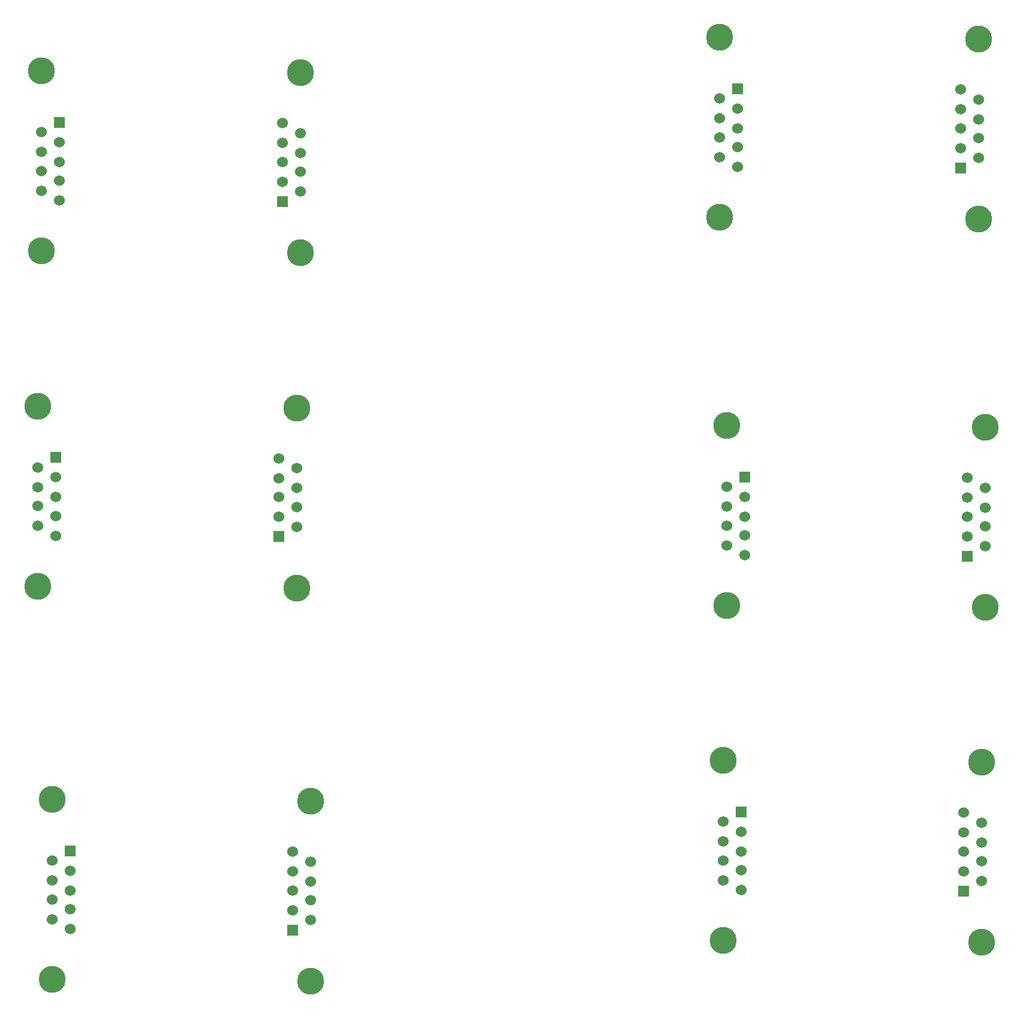
<source format=gbl>
G04 (created by PCBNEW (2013-jul-07)-stable) date śro, 3 cze 2015, 22:47:01*
%MOIN*%
G04 Gerber Fmt 3.4, Leading zero omitted, Abs format*
%FSLAX34Y34*%
G01*
G70*
G90*
G04 APERTURE LIST*
%ADD10C,0.000787402*%
%ADD11C,0.15*%
%ADD12R,0.06X0.06*%
%ADD13C,0.06*%
G04 APERTURE END LIST*
G54D10*
G54D11*
X47171Y-33300D03*
X47171Y-43300D03*
G54D12*
X48171Y-36150D03*
G54D13*
X48171Y-37250D03*
X48171Y-38350D03*
X48171Y-39400D03*
X48171Y-40500D03*
X47171Y-39950D03*
X47171Y-38850D03*
X47171Y-37800D03*
X47171Y-36700D03*
G54D11*
X61557Y-43400D03*
X61557Y-33400D03*
G54D12*
X60557Y-40550D03*
G54D13*
X60557Y-39450D03*
X60557Y-38350D03*
X60557Y-37300D03*
X60557Y-36200D03*
X61557Y-36750D03*
X61557Y-37850D03*
X61557Y-38900D03*
X61557Y-40000D03*
G54D11*
X47368Y-14698D03*
X47368Y-24698D03*
G54D12*
X48368Y-17548D03*
G54D13*
X48368Y-18648D03*
X48368Y-19748D03*
X48368Y-20798D03*
X48368Y-21898D03*
X47368Y-21348D03*
X47368Y-20248D03*
X47368Y-19198D03*
X47368Y-18098D03*
G54D11*
X61753Y-24798D03*
X61753Y-14798D03*
G54D12*
X60753Y-21948D03*
G54D13*
X60753Y-20848D03*
X60753Y-19748D03*
X60753Y-18698D03*
X60753Y-17598D03*
X61753Y-18148D03*
X61753Y-19248D03*
X61753Y-20298D03*
X61753Y-21398D03*
G54D11*
X47368Y-14698D03*
X47368Y-24698D03*
G54D12*
X48368Y-17548D03*
G54D13*
X48368Y-18648D03*
X48368Y-19748D03*
X48368Y-20798D03*
X48368Y-21898D03*
X47368Y-21348D03*
X47368Y-20248D03*
X47368Y-19198D03*
X47368Y-18098D03*
G54D11*
X61753Y-24798D03*
X61753Y-14798D03*
G54D12*
X60753Y-21948D03*
G54D13*
X60753Y-20848D03*
X60753Y-19748D03*
X60753Y-18698D03*
X60753Y-17598D03*
X61753Y-18148D03*
X61753Y-19248D03*
X61753Y-20298D03*
X61753Y-21398D03*
G54D11*
X47958Y-55150D03*
X47958Y-65150D03*
G54D12*
X48958Y-58000D03*
G54D13*
X48958Y-59100D03*
X48958Y-60200D03*
X48958Y-61250D03*
X48958Y-62350D03*
X47958Y-61800D03*
X47958Y-60700D03*
X47958Y-59650D03*
X47958Y-58550D03*
G54D11*
X62344Y-65250D03*
X62344Y-55250D03*
G54D12*
X61344Y-62400D03*
G54D13*
X61344Y-61300D03*
X61344Y-60200D03*
X61344Y-59150D03*
X61344Y-58050D03*
X62344Y-58600D03*
X62344Y-59700D03*
X62344Y-60750D03*
X62344Y-61850D03*
G54D11*
X85064Y-12827D03*
X85064Y-22827D03*
G54D12*
X86064Y-15677D03*
G54D13*
X86064Y-16777D03*
X86064Y-17877D03*
X86064Y-18927D03*
X86064Y-20027D03*
X85064Y-19477D03*
X85064Y-18377D03*
X85064Y-17327D03*
X85064Y-16227D03*
G54D11*
X99450Y-22927D03*
X99450Y-12927D03*
G54D12*
X98450Y-20077D03*
G54D13*
X98450Y-18977D03*
X98450Y-17877D03*
X98450Y-16827D03*
X98450Y-15727D03*
X99450Y-16277D03*
X99450Y-17377D03*
X99450Y-18427D03*
X99450Y-19527D03*
G54D11*
X85064Y-12827D03*
X85064Y-22827D03*
G54D12*
X86064Y-15677D03*
G54D13*
X86064Y-16777D03*
X86064Y-17877D03*
X86064Y-18927D03*
X86064Y-20027D03*
X85064Y-19477D03*
X85064Y-18377D03*
X85064Y-17327D03*
X85064Y-16227D03*
G54D11*
X99450Y-22927D03*
X99450Y-12927D03*
G54D12*
X98450Y-20077D03*
G54D13*
X98450Y-18977D03*
X98450Y-17877D03*
X98450Y-16827D03*
X98450Y-15727D03*
X99450Y-16277D03*
X99450Y-17377D03*
X99450Y-18427D03*
X99450Y-19527D03*
G54D11*
X47171Y-33300D03*
X47171Y-43300D03*
G54D12*
X48171Y-36150D03*
G54D13*
X48171Y-37250D03*
X48171Y-38350D03*
X48171Y-39400D03*
X48171Y-40500D03*
X47171Y-39950D03*
X47171Y-38850D03*
X47171Y-37800D03*
X47171Y-36700D03*
G54D11*
X61557Y-43400D03*
X61557Y-33400D03*
G54D12*
X60557Y-40550D03*
G54D13*
X60557Y-39450D03*
X60557Y-38350D03*
X60557Y-37300D03*
X60557Y-36200D03*
X61557Y-36750D03*
X61557Y-37850D03*
X61557Y-38900D03*
X61557Y-40000D03*
G54D11*
X47368Y-14698D03*
X47368Y-24698D03*
G54D12*
X48368Y-17548D03*
G54D13*
X48368Y-18648D03*
X48368Y-19748D03*
X48368Y-20798D03*
X48368Y-21898D03*
X47368Y-21348D03*
X47368Y-20248D03*
X47368Y-19198D03*
X47368Y-18098D03*
G54D11*
X61753Y-24798D03*
X61753Y-14798D03*
G54D12*
X60753Y-21948D03*
G54D13*
X60753Y-20848D03*
X60753Y-19748D03*
X60753Y-18698D03*
X60753Y-17598D03*
X61753Y-18148D03*
X61753Y-19248D03*
X61753Y-20298D03*
X61753Y-21398D03*
G54D11*
X47368Y-14698D03*
X47368Y-24698D03*
G54D12*
X48368Y-17548D03*
G54D13*
X48368Y-18648D03*
X48368Y-19748D03*
X48368Y-20798D03*
X48368Y-21898D03*
X47368Y-21348D03*
X47368Y-20248D03*
X47368Y-19198D03*
X47368Y-18098D03*
G54D11*
X61753Y-24798D03*
X61753Y-14798D03*
G54D12*
X60753Y-21948D03*
G54D13*
X60753Y-20848D03*
X60753Y-19748D03*
X60753Y-18698D03*
X60753Y-17598D03*
X61753Y-18148D03*
X61753Y-19248D03*
X61753Y-20298D03*
X61753Y-21398D03*
G54D11*
X47958Y-55150D03*
X47958Y-65150D03*
G54D12*
X48958Y-58000D03*
G54D13*
X48958Y-59100D03*
X48958Y-60200D03*
X48958Y-61250D03*
X48958Y-62350D03*
X47958Y-61800D03*
X47958Y-60700D03*
X47958Y-59650D03*
X47958Y-58550D03*
G54D11*
X62344Y-65250D03*
X62344Y-55250D03*
G54D12*
X61344Y-62400D03*
G54D13*
X61344Y-61300D03*
X61344Y-60200D03*
X61344Y-59150D03*
X61344Y-58050D03*
X62344Y-58600D03*
X62344Y-59700D03*
X62344Y-60750D03*
X62344Y-61850D03*
G54D11*
X85064Y-12827D03*
X85064Y-22827D03*
G54D12*
X86064Y-15677D03*
G54D13*
X86064Y-16777D03*
X86064Y-17877D03*
X86064Y-18927D03*
X86064Y-20027D03*
X85064Y-19477D03*
X85064Y-18377D03*
X85064Y-17327D03*
X85064Y-16227D03*
G54D11*
X99450Y-22927D03*
X99450Y-12927D03*
G54D12*
X98450Y-20077D03*
G54D13*
X98450Y-18977D03*
X98450Y-17877D03*
X98450Y-16827D03*
X98450Y-15727D03*
X99450Y-16277D03*
X99450Y-17377D03*
X99450Y-18427D03*
X99450Y-19527D03*
G54D11*
X85064Y-12827D03*
X85064Y-22827D03*
G54D12*
X86064Y-15677D03*
G54D13*
X86064Y-16777D03*
X86064Y-17877D03*
X86064Y-18927D03*
X86064Y-20027D03*
X85064Y-19477D03*
X85064Y-18377D03*
X85064Y-17327D03*
X85064Y-16227D03*
G54D11*
X99450Y-22927D03*
X99450Y-12927D03*
G54D12*
X98450Y-20077D03*
G54D13*
X98450Y-18977D03*
X98450Y-17877D03*
X98450Y-16827D03*
X98450Y-15727D03*
X99450Y-16277D03*
X99450Y-17377D03*
X99450Y-18427D03*
X99450Y-19527D03*
G54D11*
X47171Y-33300D03*
X47171Y-43300D03*
G54D12*
X48171Y-36150D03*
G54D13*
X48171Y-37250D03*
X48171Y-38350D03*
X48171Y-39400D03*
X48171Y-40500D03*
X47171Y-39950D03*
X47171Y-38850D03*
X47171Y-37800D03*
X47171Y-36700D03*
G54D11*
X61557Y-43400D03*
X61557Y-33400D03*
G54D12*
X60557Y-40550D03*
G54D13*
X60557Y-39450D03*
X60557Y-38350D03*
X60557Y-37300D03*
X60557Y-36200D03*
X61557Y-36750D03*
X61557Y-37850D03*
X61557Y-38900D03*
X61557Y-40000D03*
G54D11*
X47368Y-14698D03*
X47368Y-24698D03*
G54D12*
X48368Y-17548D03*
G54D13*
X48368Y-18648D03*
X48368Y-19748D03*
X48368Y-20798D03*
X48368Y-21898D03*
X47368Y-21348D03*
X47368Y-20248D03*
X47368Y-19198D03*
X47368Y-18098D03*
G54D11*
X61753Y-24798D03*
X61753Y-14798D03*
G54D12*
X60753Y-21948D03*
G54D13*
X60753Y-20848D03*
X60753Y-19748D03*
X60753Y-18698D03*
X60753Y-17598D03*
X61753Y-18148D03*
X61753Y-19248D03*
X61753Y-20298D03*
X61753Y-21398D03*
G54D11*
X47368Y-14698D03*
X47368Y-24698D03*
G54D12*
X48368Y-17548D03*
G54D13*
X48368Y-18648D03*
X48368Y-19748D03*
X48368Y-20798D03*
X48368Y-21898D03*
X47368Y-21348D03*
X47368Y-20248D03*
X47368Y-19198D03*
X47368Y-18098D03*
G54D11*
X61753Y-24798D03*
X61753Y-14798D03*
G54D12*
X60753Y-21948D03*
G54D13*
X60753Y-20848D03*
X60753Y-19748D03*
X60753Y-18698D03*
X60753Y-17598D03*
X61753Y-18148D03*
X61753Y-19248D03*
X61753Y-20298D03*
X61753Y-21398D03*
G54D11*
X85261Y-52985D03*
X85261Y-62985D03*
G54D12*
X86261Y-55835D03*
G54D13*
X86261Y-56935D03*
X86261Y-58035D03*
X86261Y-59085D03*
X86261Y-60185D03*
X85261Y-59635D03*
X85261Y-58535D03*
X85261Y-57485D03*
X85261Y-56385D03*
G54D11*
X99647Y-63085D03*
X99647Y-53085D03*
G54D12*
X98647Y-60235D03*
G54D13*
X98647Y-59135D03*
X98647Y-58035D03*
X98647Y-56985D03*
X98647Y-55885D03*
X99647Y-56435D03*
X99647Y-57535D03*
X99647Y-58585D03*
X99647Y-59685D03*
G54D11*
X85458Y-34383D03*
X85458Y-44383D03*
G54D12*
X86458Y-37233D03*
G54D13*
X86458Y-38333D03*
X86458Y-39433D03*
X86458Y-40483D03*
X86458Y-41583D03*
X85458Y-41033D03*
X85458Y-39933D03*
X85458Y-38883D03*
X85458Y-37783D03*
G54D11*
X99844Y-44483D03*
X99844Y-34483D03*
G54D12*
X98844Y-41633D03*
G54D13*
X98844Y-40533D03*
X98844Y-39433D03*
X98844Y-38383D03*
X98844Y-37283D03*
X99844Y-37833D03*
X99844Y-38933D03*
X99844Y-39983D03*
X99844Y-41083D03*
G54D11*
X85458Y-34383D03*
X85458Y-44383D03*
G54D12*
X86458Y-37233D03*
G54D13*
X86458Y-38333D03*
X86458Y-39433D03*
X86458Y-40483D03*
X86458Y-41583D03*
X85458Y-41033D03*
X85458Y-39933D03*
X85458Y-38883D03*
X85458Y-37783D03*
G54D11*
X99844Y-44483D03*
X99844Y-34483D03*
G54D12*
X98844Y-41633D03*
G54D13*
X98844Y-40533D03*
X98844Y-39433D03*
X98844Y-38383D03*
X98844Y-37283D03*
X99844Y-37833D03*
X99844Y-38933D03*
X99844Y-39983D03*
X99844Y-41083D03*
M02*

</source>
